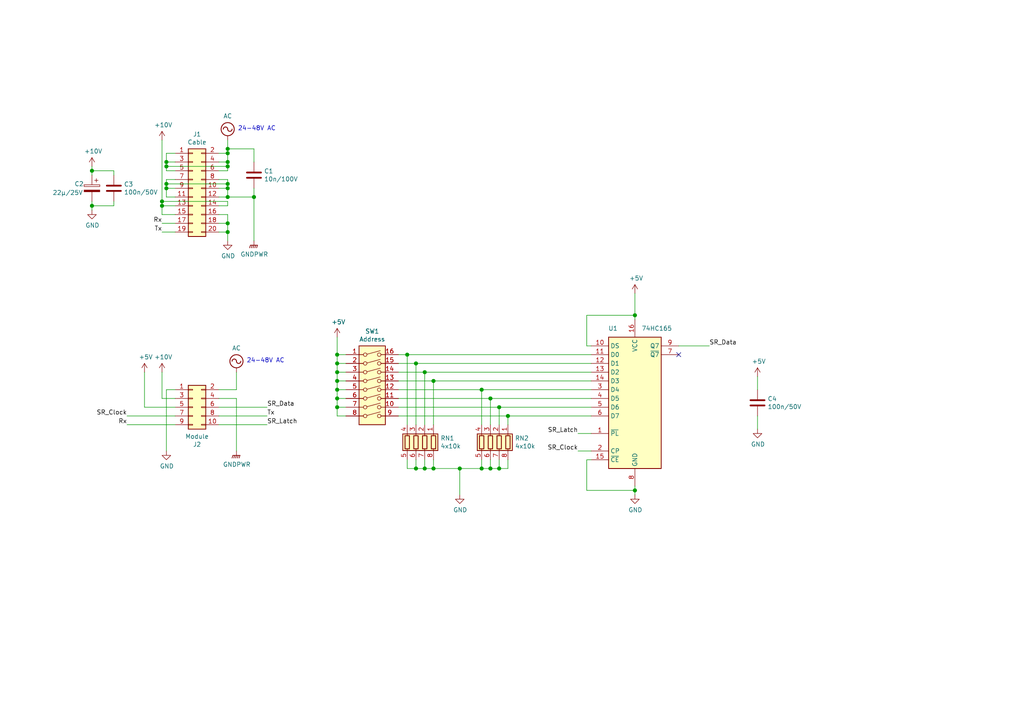
<source format=kicad_sch>
(kicad_sch (version 20210406) (generator eeschema)
  (paper "A4")
  (title_block (title "MAN Adapterplatine für KRONE Fallblattmodule") (date "2021-12-04") (rev "1.1"))
  (lib_symbols
    (symbol "74xx:74LS165"
      (property "Reference" "U" (at -7.62 19.05 0))
      (property "Value" "74LS165" (at -7.62 -21.59 0))
      (symbol "74LS165_1_0"
        (pin input line (at -12.7 -10.16 0) (length 5.08) (name "~PL") (number "1"))
        (pin input line (at -12.7 15.24 0) (length 5.08) (name "DS") (number "10"))
        (pin input line (at -12.7 12.7 0) (length 5.08) (name "D0") (number "11"))
        (pin input line (at -12.7 10.16 0) (length 5.08) (name "D1") (number "12"))
        (pin input line (at -12.7 7.62 0) (length 5.08) (name "D2") (number "13"))
        (pin input line (at -12.7 5.08 0) (length 5.08) (name "D3") (number "14"))
        (pin input line (at -12.7 -17.78 0) (length 5.08) (name "~CE") (number "15"))
        (pin power_in line (at 0 22.86 270) (length 5.08) (name "VCC") (number "16"))
        (pin input line (at -12.7 -15.24 0) (length 5.08) (name "CP") (number "2"))
        (pin input line (at -12.7 2.54 0) (length 5.08) (name "D4") (number "3"))
        (pin input line (at -12.7 0 0) (length 5.08) (name "D5") (number "4"))
        (pin input line (at -12.7 -2.54 0) (length 5.08) (name "D6") (number "5"))
        (pin input line (at -12.7 -5.08 0) (length 5.08) (name "D7") (number "6"))
        (pin output line (at 12.7 12.7 180) (length 5.08) (name "~Q7") (number "7"))
        (pin power_in line (at 0 -25.4 90) (length 5.08) (name "GND") (number "8"))
        (pin output line (at 12.7 15.24 180) (length 5.08) (name "Q7") (number "9"))
      )
      (symbol "74LS165_1_1"
        (rectangle (start -7.62 17.78) (end 7.62 -20.32) (stroke (width 0.254)) (fill (type background)))
      )
    )
    (symbol "Connector_Generic:Conn_02x05_Odd_Even" (pin_names (offset 1.016) hide)
      (property "Reference" "J" (at 1.27 7.62 0))
      (property "Value" "Conn_02x05_Odd_Even" (at 1.27 -7.62 0))
      (symbol "Conn_02x05_Odd_Even_1_1"
        (rectangle (start -1.27 -4.953) (end 0 -5.207) (stroke (width 0.1524)))
        (rectangle (start -1.27 -2.413) (end 0 -2.667) (stroke (width 0.1524)))
        (rectangle (start -1.27 0.127) (end 0 -0.127) (stroke (width 0.1524)))
        (rectangle (start -1.27 2.667) (end 0 2.413) (stroke (width 0.1524)))
        (rectangle (start -1.27 5.207) (end 0 4.953) (stroke (width 0.1524)))
        (rectangle (start 3.81 -4.953) (end 2.54 -5.207) (stroke (width 0.1524)))
        (rectangle (start 3.81 -2.413) (end 2.54 -2.667) (stroke (width 0.1524)))
        (rectangle (start 3.81 0.127) (end 2.54 -0.127) (stroke (width 0.1524)))
        (rectangle (start 3.81 2.667) (end 2.54 2.413) (stroke (width 0.1524)))
        (rectangle (start 3.81 5.207) (end 2.54 4.953) (stroke (width 0.1524)))
        (rectangle (start -1.27 6.35) (end 3.81 -6.35) (stroke (width 0.254)) (fill (type background)))
        (pin passive line (at -5.08 5.08 0) (length 3.81) (name "Pin_1") (number "1"))
        (pin passive line (at 7.62 -5.08 180) (length 3.81) (name "Pin_10") (number "10"))
        (pin passive line (at 7.62 5.08 180) (length 3.81) (name "Pin_2") (number "2"))
        (pin passive line (at -5.08 2.54 0) (length 3.81) (name "Pin_3") (number "3"))
        (pin passive line (at 7.62 2.54 180) (length 3.81) (name "Pin_4") (number "4"))
        (pin passive line (at -5.08 0 0) (length 3.81) (name "Pin_5") (number "5"))
        (pin passive line (at 7.62 0 180) (length 3.81) (name "Pin_6") (number "6"))
        (pin passive line (at -5.08 -2.54 0) (length 3.81) (name "Pin_7") (number "7"))
        (pin passive line (at 7.62 -2.54 180) (length 3.81) (name "Pin_8") (number "8"))
        (pin passive line (at -5.08 -5.08 0) (length 3.81) (name "Pin_9") (number "9"))
      )
    )
    (symbol "Connector_Generic:Conn_02x10_Odd_Even" (pin_names (offset 1.016) hide)
      (property "Reference" "J" (at 1.27 12.7 0))
      (property "Value" "Conn_02x10_Odd_Even" (at 1.27 -15.24 0))
      (symbol "Conn_02x10_Odd_Even_1_1"
        (rectangle (start -1.27 -12.573) (end 0 -12.827) (stroke (width 0.1524)))
        (rectangle (start -1.27 -10.033) (end 0 -10.287) (stroke (width 0.1524)))
        (rectangle (start -1.27 -7.493) (end 0 -7.747) (stroke (width 0.1524)))
        (rectangle (start -1.27 -4.953) (end 0 -5.207) (stroke (width 0.1524)))
        (rectangle (start -1.27 -2.413) (end 0 -2.667) (stroke (width 0.1524)))
        (rectangle (start -1.27 0.127) (end 0 -0.127) (stroke (width 0.1524)))
        (rectangle (start -1.27 2.667) (end 0 2.413) (stroke (width 0.1524)))
        (rectangle (start -1.27 5.207) (end 0 4.953) (stroke (width 0.1524)))
        (rectangle (start -1.27 7.747) (end 0 7.493) (stroke (width 0.1524)))
        (rectangle (start -1.27 10.287) (end 0 10.033) (stroke (width 0.1524)))
        (rectangle (start 3.81 -12.573) (end 2.54 -12.827) (stroke (width 0.1524)))
        (rectangle (start 3.81 -10.033) (end 2.54 -10.287) (stroke (width 0.1524)))
        (rectangle (start 3.81 -7.493) (end 2.54 -7.747) (stroke (width 0.1524)))
        (rectangle (start 3.81 -4.953) (end 2.54 -5.207) (stroke (width 0.1524)))
        (rectangle (start 3.81 -2.413) (end 2.54 -2.667) (stroke (width 0.1524)))
        (rectangle (start 3.81 0.127) (end 2.54 -0.127) (stroke (width 0.1524)))
        (rectangle (start 3.81 2.667) (end 2.54 2.413) (stroke (width 0.1524)))
        (rectangle (start 3.81 5.207) (end 2.54 4.953) (stroke (width 0.1524)))
        (rectangle (start 3.81 7.747) (end 2.54 7.493) (stroke (width 0.1524)))
        (rectangle (start 3.81 10.287) (end 2.54 10.033) (stroke (width 0.1524)))
        (rectangle (start -1.27 11.43) (end 3.81 -13.97) (stroke (width 0.254)) (fill (type background)))
        (pin passive line (at -5.08 10.16 0) (length 3.81) (name "Pin_1") (number "1"))
        (pin passive line (at 7.62 0 180) (length 3.81) (name "Pin_10") (number "10"))
        (pin passive line (at -5.08 -2.54 0) (length 3.81) (name "Pin_11") (number "11"))
        (pin passive line (at 7.62 -2.54 180) (length 3.81) (name "Pin_12") (number "12"))
        (pin passive line (at -5.08 -5.08 0) (length 3.81) (name "Pin_13") (number "13"))
        (pin passive line (at 7.62 -5.08 180) (length 3.81) (name "Pin_14") (number "14"))
        (pin passive line (at -5.08 -7.62 0) (length 3.81) (name "Pin_15") (number "15"))
        (pin passive line (at 7.62 -7.62 180) (length 3.81) (name "Pin_16") (number "16"))
        (pin passive line (at -5.08 -10.16 0) (length 3.81) (name "Pin_17") (number "17"))
        (pin passive line (at 7.62 -10.16 180) (length 3.81) (name "Pin_18") (number "18"))
        (pin passive line (at -5.08 -12.7 0) (length 3.81) (name "Pin_19") (number "19"))
        (pin passive line (at 7.62 10.16 180) (length 3.81) (name "Pin_2") (number "2"))
        (pin passive line (at 7.62 -12.7 180) (length 3.81) (name "Pin_20") (number "20"))
        (pin passive line (at -5.08 7.62 0) (length 3.81) (name "Pin_3") (number "3"))
        (pin passive line (at 7.62 7.62 180) (length 3.81) (name "Pin_4") (number "4"))
        (pin passive line (at -5.08 5.08 0) (length 3.81) (name "Pin_5") (number "5"))
        (pin passive line (at 7.62 5.08 180) (length 3.81) (name "Pin_6") (number "6"))
        (pin passive line (at -5.08 2.54 0) (length 3.81) (name "Pin_7") (number "7"))
        (pin passive line (at 7.62 2.54 180) (length 3.81) (name "Pin_8") (number "8"))
        (pin passive line (at -5.08 0 0) (length 3.81) (name "Pin_9") (number "9"))
      )
    )
    (symbol "Switch:SW_DIP_x08" (pin_names (offset 0) hide)
      (property "Reference" "SW" (at 0 13.97 0))
      (property "Value" "SW_DIP_x08" (at 0 -11.43 0))
      (symbol "SW_DIP_x08_0_0"
        (circle (center -2.032 -7.62) (radius 0.508))
        (circle (center -2.032 -5.08) (radius 0.508))
        (circle (center -2.032 -2.54) (radius 0.508))
        (circle (center -2.032 0) (radius 0.508))
        (circle (center -2.032 2.54) (radius 0.508))
        (circle (center -2.032 5.08) (radius 0.508))
        (circle (center -2.032 7.62) (radius 0.508))
        (circle (center -2.032 10.16) (radius 0.508))
        (circle (center 2.032 -7.62) (radius 0.508))
        (circle (center 2.032 -5.08) (radius 0.508))
        (circle (center 2.032 -2.54) (radius 0.508))
        (circle (center 2.032 0) (radius 0.508))
        (circle (center 2.032 2.54) (radius 0.508))
        (circle (center 2.032 5.08) (radius 0.508))
        (circle (center 2.032 7.62) (radius 0.508))
        (circle (center 2.032 10.16) (radius 0.508))
        (polyline (pts (xy -1.524 -7.4676) (xy 2.3622 -6.4262)))
        (polyline (pts (xy -1.524 -4.9276) (xy 2.3622 -3.8862)))
        (polyline (pts (xy -1.524 -2.3876) (xy 2.3622 -1.3462)))
        (polyline (pts (xy -1.524 0.127) (xy 2.3622 1.1684)))
        (polyline (pts (xy -1.524 2.667) (xy 2.3622 3.7084)))
        (polyline (pts (xy -1.524 5.207) (xy 2.3622 6.2484)))
        (polyline (pts (xy -1.524 7.747) (xy 2.3622 8.7884)))
        (polyline (pts (xy -1.524 10.287) (xy 2.3622 11.3284)))
      )
      (symbol "SW_DIP_x08_0_1"
        (rectangle (start -3.81 12.7) (end 3.81 -10.16) (stroke (width 0.254)) (fill (type background)))
      )
      (symbol "SW_DIP_x08_1_1"
        (pin passive line (at -7.62 10.16 0) (length 5.08) (name "~") (number "1"))
        (pin passive line (at 7.62 -5.08 180) (length 5.08) (name "~") (number "10"))
        (pin passive line (at 7.62 -2.54 180) (length 5.08) (name "~") (number "11"))
        (pin passive line (at 7.62 0 180) (length 5.08) (name "~") (number "12"))
        (pin passive line (at 7.62 2.54 180) (length 5.08) (name "~") (number "13"))
        (pin passive line (at 7.62 5.08 180) (length 5.08) (name "~") (number "14"))
        (pin passive line (at 7.62 7.62 180) (length 5.08) (name "~") (number "15"))
        (pin passive line (at 7.62 10.16 180) (length 5.08) (name "~") (number "16"))
        (pin passive line (at -7.62 7.62 0) (length 5.08) (name "~") (number "2"))
        (pin passive line (at -7.62 5.08 0) (length 5.08) (name "~") (number "3"))
        (pin passive line (at -7.62 2.54 0) (length 5.08) (name "~") (number "4"))
        (pin passive line (at -7.62 0 0) (length 5.08) (name "~") (number "5"))
        (pin passive line (at -7.62 -2.54 0) (length 5.08) (name "~") (number "6"))
        (pin passive line (at -7.62 -5.08 0) (length 5.08) (name "~") (number "7"))
        (pin passive line (at -7.62 -7.62 0) (length 5.08) (name "~") (number "8"))
        (pin passive line (at 7.62 -7.62 180) (length 5.08) (name "~") (number "9"))
      )
    )
    (symbol "device:C" (pin_numbers hide) (pin_names (offset 0.254))
      (property "Reference" "C" (at 0.635 2.54 0))
      (property "Value" "C" (at 0.635 -2.54 0))
      (symbol "C_0_1"
        (polyline (pts (xy -2.032 -0.762) (xy 2.032 -0.762)) (stroke (width 0.508)))
        (polyline (pts (xy -2.032 0.762) (xy 2.032 0.762)) (stroke (width 0.508)))
      )
      (symbol "C_1_1"
        (pin passive line (at 0 3.81 270) (length 2.794) (name "~") (number "1"))
        (pin passive line (at 0 -3.81 90) (length 2.794) (name "~") (number "2"))
      )
    )
    (symbol "device:CP" (pin_numbers hide) (pin_names (offset 0.254))
      (property "Reference" "C" (at 0.635 2.54 0))
      (property "Value" "CP" (at 0.635 -2.54 0))
      (symbol "CP_0_1"
        (rectangle (start -2.286 0.508) (end 2.286 1.016))
        (rectangle (start 2.286 -0.508) (end -2.286 -1.016) (fill (type outline)))
        (polyline (pts (xy -1.778 2.286) (xy -0.762 2.286)))
        (polyline (pts (xy -1.27 2.794) (xy -1.27 1.778)))
      )
      (symbol "CP_1_1"
        (pin passive line (at 0 3.81 270) (length 2.794) (name "~") (number "1"))
        (pin passive line (at 0 -3.81 90) (length 2.794) (name "~") (number "2"))
      )
    )
    (symbol "device:R_Pack04" (pin_names (offset 0) hide)
      (property "Reference" "RN" (at -7.62 0 90))
      (property "Value" "R_Pack04" (at 5.08 0 90))
      (symbol "R_Pack04_0_1"
        (rectangle (start -5.715 1.905) (end -4.445 -1.905) (stroke (width 0.254)))
        (rectangle (start -3.175 1.905) (end -1.905 -1.905) (stroke (width 0.254)))
        (rectangle (start -0.635 1.905) (end 0.635 -1.905) (stroke (width 0.254)))
        (rectangle (start 1.905 1.905) (end 3.175 -1.905) (stroke (width 0.254)))
        (rectangle (start -6.35 -2.413) (end 3.81 2.413) (stroke (width 0.254)) (fill (type background)))
        (polyline (pts (xy -5.08 -2.54) (xy -5.08 -1.905)))
        (polyline (pts (xy -5.08 1.905) (xy -5.08 2.54)))
        (polyline (pts (xy -2.54 -2.54) (xy -2.54 -1.905)))
        (polyline (pts (xy -2.54 1.905) (xy -2.54 2.54)))
        (polyline (pts (xy 0 -2.54) (xy 0 -1.905)))
        (polyline (pts (xy 0 1.905) (xy 0 2.54)))
        (polyline (pts (xy 2.54 -2.54) (xy 2.54 -1.905)))
        (polyline (pts (xy 2.54 1.905) (xy 2.54 2.54)))
      )
      (symbol "R_Pack04_1_1"
        (pin passive line (at -5.08 -5.08 90) (length 2.54) (name "R1.1") (number "1"))
        (pin passive line (at -2.54 -5.08 90) (length 2.54) (name "R2.1") (number "2"))
        (pin passive line (at 0 -5.08 90) (length 2.54) (name "R3.1") (number "3"))
        (pin passive line (at 2.54 -5.08 90) (length 2.54) (name "R4.1") (number "4"))
        (pin passive line (at 2.54 5.08 270) (length 2.54) (name "R4.2") (number "5"))
        (pin passive line (at 0 5.08 270) (length 2.54) (name "R3.2") (number "6"))
        (pin passive line (at -2.54 5.08 270) (length 2.54) (name "R2.2") (number "7"))
        (pin passive line (at -5.08 5.08 270) (length 2.54) (name "R1.2") (number "8"))
      )
    )
    (symbol "power:+10V" (power) (pin_names (offset 0))
      (property "Value" "+10V" (at 0 3.556 0))
      (symbol "+10V_0_1"
        (polyline (pts (xy -0.762 1.27) (xy 0 2.54)))
        (polyline (pts (xy 0 0) (xy 0 2.54)))
        (polyline (pts (xy 0 2.54) (xy 0.762 1.27)))
      )
      (symbol "+10V_1_1"
        (pin power_in line (at 0 0 90) (length 0) hide (name "+10V") (number "1"))
      )
    )
    (symbol "power:+5V" (power) (pin_names (offset 0))
      (property "Value" "+5V" (at 0 3.556 0))
      (symbol "+5V_0_1"
        (polyline (pts (xy -0.762 1.27) (xy 0 2.54)))
        (polyline (pts (xy 0 0) (xy 0 2.54)))
        (polyline (pts (xy 0 2.54) (xy 0.762 1.27)))
      )
      (symbol "+5V_1_1"
        (pin power_in line (at 0 0 90) (length 0) hide (name "+5V") (number "1"))
      )
    )
    (symbol "power:AC" (power) (pin_names (offset 0))
      (property "Value" "AC" (at 0 6.35 0))
      (symbol "AC_0_1"
        (arc (start 0 3.175) (end -1.27 3.175) (radius (at -0.635 3.175) (length 0.635) (angles 0.1 179.9)) (stroke (width 0.254)))
        (arc (start 0 3.175) (end 1.27 3.175) (radius (at 0.635 3.175) (length 0.635) (angles -179.9 -0.1)) (stroke (width 0.254)))
        (circle (center 0 3.175) (radius 1.905) (stroke (width 0.254)))
        (polyline (pts (xy 0 0) (xy 0 1.27)))
      )
      (symbol "AC_1_1"
        (pin power_in line (at 0 0 90) (length 0) hide (name "AC") (number "1"))
      )
    )
    (symbol "power:GND" (power) (pin_names (offset 0))
      (property "Value" "GND" (at 0 -3.81 0))
      (symbol "GND_0_1"
        (polyline (pts (xy 0 0) (xy 0 -1.27) (xy 1.27 -1.27) (xy 0 -2.54) (xy -1.27 -1.27) (xy 0 -1.27)))
      )
      (symbol "GND_1_1"
        (pin power_in line (at 0 0 270) (length 0) hide (name "GND") (number "1"))
      )
    )
    (symbol "power:GNDPWR" (power) (pin_names (offset 0))
      (property "Value" "GNDPWR" (at 0 -3.302 0))
      (symbol "GNDPWR_0_1"
        (polyline (pts (xy 0 -1.27) (xy 0 0)))
        (polyline (pts (xy -1.016 -1.27) (xy -1.27 -2.032) (xy -1.27 -2.032)) (stroke (width 0.2032)))
        (polyline (pts (xy -0.508 -1.27) (xy -0.762 -2.032) (xy -0.762 -2.032)) (stroke (width 0.2032)))
        (polyline (pts (xy 0 -1.27) (xy -0.254 -2.032) (xy -0.254 -2.032)) (stroke (width 0.2032)))
        (polyline (pts (xy 0.508 -1.27) (xy 0.254 -2.032) (xy 0.254 -2.032)) (stroke (width 0.2032)))
        (polyline (pts (xy 1.016 -1.27) (xy -1.016 -1.27) (xy -1.016 -1.27)) (stroke (width 0.2032)))
        (polyline (pts (xy 1.016 -1.27) (xy 0.762 -2.032) (xy 0.762 -2.032) (xy 0.762 -2.032)) (stroke (width 0.2032)))
      )
      (symbol "GNDPWR_1_1"
        (pin power_in line (at 0 0 270) (length 0) hide (name "GNDPWR") (number "1"))
      )
    )
  )
  (junction (at 26.67 49.53) (diameter 1.016))
  (junction (at 26.67 59.69) (diameter 1.016))
  (junction (at 46.99 58.42) (diameter 1.016))
  (junction (at 46.99 59.69) (diameter 1.016))
  (junction (at 48.26 46.99) (diameter 1.016))
  (junction (at 48.26 48.26) (diameter 1.016))
  (junction (at 48.26 53.34) (diameter 1.016))
  (junction (at 48.26 54.61) (diameter 1.016))
  (junction (at 66.04 43.18) (diameter 1.016))
  (junction (at 66.04 44.45) (diameter 1.016))
  (junction (at 66.04 46.99) (diameter 1.016))
  (junction (at 66.04 48.26) (diameter 1.016))
  (junction (at 66.04 53.34) (diameter 1.016))
  (junction (at 66.04 54.61) (diameter 1.016))
  (junction (at 66.04 57.15) (diameter 1.016))
  (junction (at 66.04 64.77) (diameter 1.016))
  (junction (at 66.04 67.31) (diameter 1.016))
  (junction (at 73.66 57.15) (diameter 1.016))
  (junction (at 97.79 102.87) (diameter 1.016))
  (junction (at 97.79 105.41) (diameter 1.016))
  (junction (at 97.79 107.95) (diameter 1.016))
  (junction (at 97.79 110.49) (diameter 1.016))
  (junction (at 97.79 113.03) (diameter 1.016))
  (junction (at 97.79 115.57) (diameter 1.016))
  (junction (at 97.79 118.11) (diameter 1.016))
  (junction (at 118.11 102.87) (diameter 1.016))
  (junction (at 120.65 105.41) (diameter 1.016))
  (junction (at 120.65 135.89) (diameter 1.016))
  (junction (at 123.19 107.95) (diameter 1.016))
  (junction (at 123.19 135.89) (diameter 1.016))
  (junction (at 125.73 110.49) (diameter 1.016))
  (junction (at 125.73 135.89) (diameter 1.016))
  (junction (at 133.35 135.89) (diameter 1.016))
  (junction (at 139.7 113.03) (diameter 1.016))
  (junction (at 139.7 135.89) (diameter 1.016))
  (junction (at 142.24 115.57) (diameter 1.016))
  (junction (at 142.24 135.89) (diameter 1.016))
  (junction (at 144.78 118.11) (diameter 1.016))
  (junction (at 144.78 135.89) (diameter 1.016))
  (junction (at 147.32 120.65) (diameter 1.016))
  (junction (at 184.15 91.44) (diameter 1.016))
  (junction (at 184.15 142.24) (diameter 1.016))
  (no_connect (at 196.85 102.87))
  (wire (pts (xy 26.67 48.26) (xy 26.67 49.53)))
  (wire (pts (xy 26.67 49.53) (xy 26.67 50.8)))
  (wire (pts (xy 26.67 49.53) (xy 33.02 49.53)))
  (wire (pts (xy 26.67 59.69) (xy 26.67 58.42)))
  (wire (pts (xy 26.67 59.69) (xy 33.02 59.69)))
  (wire (pts (xy 26.67 60.96) (xy 26.67 59.69)))
  (wire (pts (xy 33.02 49.53) (xy 33.02 50.8)))
  (wire (pts (xy 33.02 59.69) (xy 33.02 58.42)))
  (wire (pts (xy 41.91 107.95) (xy 41.91 118.11)))
  (wire (pts (xy 41.91 118.11) (xy 50.8 118.11)))
  (wire (pts (xy 46.99 40.64) (xy 46.99 58.42)))
  (wire (pts (xy 46.99 58.42) (xy 66.04 58.42)))
  (wire (pts (xy 46.99 59.69) (xy 46.99 58.42)))
  (wire (pts (xy 46.99 59.69) (xy 50.8 59.69)))
  (wire (pts (xy 46.99 62.23) (xy 46.99 59.69)))
  (wire (pts (xy 46.99 107.95) (xy 46.99 115.57)))
  (wire (pts (xy 46.99 115.57) (xy 50.8 115.57)))
  (wire (pts (xy 48.26 44.45) (xy 50.8 44.45)))
  (wire (pts (xy 48.26 46.99) (xy 48.26 44.45)))
  (wire (pts (xy 48.26 48.26) (xy 48.26 46.99)))
  (wire (pts (xy 48.26 48.26) (xy 66.04 48.26)))
  (wire (pts (xy 48.26 49.53) (xy 48.26 48.26)))
  (wire (pts (xy 48.26 52.07) (xy 48.26 53.34)))
  (wire (pts (xy 48.26 53.34) (xy 48.26 54.61)))
  (wire (pts (xy 48.26 53.34) (xy 66.04 53.34)))
  (wire (pts (xy 48.26 54.61) (xy 48.26 57.15)))
  (wire (pts (xy 48.26 57.15) (xy 50.8 57.15)))
  (wire (pts (xy 48.26 113.03) (xy 50.8 113.03)))
  (wire (pts (xy 48.26 130.81) (xy 48.26 113.03)))
  (wire (pts (xy 50.8 46.99) (xy 48.26 46.99)))
  (wire (pts (xy 50.8 49.53) (xy 48.26 49.53)))
  (wire (pts (xy 50.8 52.07) (xy 48.26 52.07)))
  (wire (pts (xy 50.8 54.61) (xy 48.26 54.61)))
  (wire (pts (xy 50.8 62.23) (xy 46.99 62.23)))
  (wire (pts (xy 50.8 64.77) (xy 46.99 64.77)))
  (wire (pts (xy 50.8 67.31) (xy 46.99 67.31)))
  (wire (pts (xy 50.8 120.65) (xy 36.83 120.65)))
  (wire (pts (xy 50.8 123.19) (xy 36.83 123.19)))
  (wire (pts (xy 63.5 44.45) (xy 66.04 44.45)))
  (wire (pts (xy 63.5 46.99) (xy 66.04 46.99)))
  (wire (pts (xy 63.5 54.61) (xy 66.04 54.61)))
  (wire (pts (xy 63.5 57.15) (xy 66.04 57.15)))
  (wire (pts (xy 63.5 62.23) (xy 66.04 62.23)))
  (wire (pts (xy 63.5 64.77) (xy 66.04 64.77)))
  (wire (pts (xy 63.5 67.31) (xy 66.04 67.31)))
  (wire (pts (xy 63.5 113.03) (xy 68.58 113.03)))
  (wire (pts (xy 63.5 115.57) (xy 68.58 115.57)))
  (wire (pts (xy 63.5 118.11) (xy 77.47 118.11)))
  (wire (pts (xy 63.5 120.65) (xy 77.47 120.65)))
  (wire (pts (xy 63.5 123.19) (xy 77.47 123.19)))
  (wire (pts (xy 66.04 40.64) (xy 66.04 43.18)))
  (wire (pts (xy 66.04 43.18) (xy 66.04 44.45)))
  (wire (pts (xy 66.04 44.45) (xy 66.04 46.99)))
  (wire (pts (xy 66.04 46.99) (xy 66.04 48.26)))
  (wire (pts (xy 66.04 48.26) (xy 66.04 49.53)))
  (wire (pts (xy 66.04 49.53) (xy 63.5 49.53)))
  (wire (pts (xy 66.04 52.07) (xy 63.5 52.07)))
  (wire (pts (xy 66.04 53.34) (xy 66.04 52.07)))
  (wire (pts (xy 66.04 54.61) (xy 66.04 53.34)))
  (wire (pts (xy 66.04 57.15) (xy 66.04 54.61)))
  (wire (pts (xy 66.04 58.42) (xy 66.04 59.69)))
  (wire (pts (xy 66.04 59.69) (xy 63.5 59.69)))
  (wire (pts (xy 66.04 62.23) (xy 66.04 64.77)))
  (wire (pts (xy 66.04 64.77) (xy 66.04 67.31)))
  (wire (pts (xy 66.04 67.31) (xy 66.04 69.85)))
  (wire (pts (xy 68.58 113.03) (xy 68.58 107.95)))
  (wire (pts (xy 68.58 115.57) (xy 68.58 130.81)))
  (wire (pts (xy 73.66 43.18) (xy 66.04 43.18)))
  (wire (pts (xy 73.66 46.99) (xy 73.66 43.18)))
  (wire (pts (xy 73.66 54.61) (xy 73.66 57.15)))
  (wire (pts (xy 73.66 57.15) (xy 66.04 57.15)))
  (wire (pts (xy 73.66 69.85) (xy 73.66 57.15)))
  (wire (pts (xy 97.79 97.79) (xy 97.79 102.87)))
  (wire (pts (xy 97.79 102.87) (xy 100.33 102.87)))
  (wire (pts (xy 97.79 105.41) (xy 97.79 102.87)))
  (wire (pts (xy 97.79 107.95) (xy 97.79 105.41)))
  (wire (pts (xy 97.79 110.49) (xy 97.79 107.95)))
  (wire (pts (xy 97.79 113.03) (xy 97.79 110.49)))
  (wire (pts (xy 97.79 115.57) (xy 97.79 113.03)))
  (wire (pts (xy 97.79 118.11) (xy 97.79 115.57)))
  (wire (pts (xy 97.79 120.65) (xy 97.79 118.11)))
  (wire (pts (xy 100.33 105.41) (xy 97.79 105.41)))
  (wire (pts (xy 100.33 107.95) (xy 97.79 107.95)))
  (wire (pts (xy 100.33 110.49) (xy 97.79 110.49)))
  (wire (pts (xy 100.33 113.03) (xy 97.79 113.03)))
  (wire (pts (xy 100.33 115.57) (xy 97.79 115.57)))
  (wire (pts (xy 100.33 118.11) (xy 97.79 118.11)))
  (wire (pts (xy 100.33 120.65) (xy 97.79 120.65)))
  (wire (pts (xy 115.57 102.87) (xy 118.11 102.87)))
  (wire (pts (xy 115.57 105.41) (xy 120.65 105.41)))
  (wire (pts (xy 115.57 107.95) (xy 123.19 107.95)))
  (wire (pts (xy 115.57 110.49) (xy 125.73 110.49)))
  (wire (pts (xy 115.57 113.03) (xy 139.7 113.03)))
  (wire (pts (xy 115.57 115.57) (xy 142.24 115.57)))
  (wire (pts (xy 115.57 118.11) (xy 144.78 118.11)))
  (wire (pts (xy 115.57 120.65) (xy 147.32 120.65)))
  (wire (pts (xy 118.11 102.87) (xy 171.45 102.87)))
  (wire (pts (xy 118.11 123.19) (xy 118.11 102.87)))
  (wire (pts (xy 118.11 133.35) (xy 118.11 135.89)))
  (wire (pts (xy 118.11 135.89) (xy 120.65 135.89)))
  (wire (pts (xy 120.65 105.41) (xy 171.45 105.41)))
  (wire (pts (xy 120.65 123.19) (xy 120.65 105.41)))
  (wire (pts (xy 120.65 133.35) (xy 120.65 135.89)))
  (wire (pts (xy 120.65 135.89) (xy 123.19 135.89)))
  (wire (pts (xy 123.19 107.95) (xy 171.45 107.95)))
  (wire (pts (xy 123.19 123.19) (xy 123.19 107.95)))
  (wire (pts (xy 123.19 133.35) (xy 123.19 135.89)))
  (wire (pts (xy 123.19 135.89) (xy 125.73 135.89)))
  (wire (pts (xy 125.73 110.49) (xy 171.45 110.49)))
  (wire (pts (xy 125.73 123.19) (xy 125.73 110.49)))
  (wire (pts (xy 125.73 133.35) (xy 125.73 135.89)))
  (wire (pts (xy 125.73 135.89) (xy 133.35 135.89)))
  (wire (pts (xy 133.35 135.89) (xy 139.7 135.89)))
  (wire (pts (xy 133.35 143.51) (xy 133.35 135.89)))
  (wire (pts (xy 139.7 113.03) (xy 171.45 113.03)))
  (wire (pts (xy 139.7 123.19) (xy 139.7 113.03)))
  (wire (pts (xy 139.7 133.35) (xy 139.7 135.89)))
  (wire (pts (xy 139.7 135.89) (xy 142.24 135.89)))
  (wire (pts (xy 142.24 115.57) (xy 171.45 115.57)))
  (wire (pts (xy 142.24 123.19) (xy 142.24 115.57)))
  (wire (pts (xy 142.24 133.35) (xy 142.24 135.89)))
  (wire (pts (xy 142.24 135.89) (xy 144.78 135.89)))
  (wire (pts (xy 144.78 118.11) (xy 171.45 118.11)))
  (wire (pts (xy 144.78 123.19) (xy 144.78 118.11)))
  (wire (pts (xy 144.78 133.35) (xy 144.78 135.89)))
  (wire (pts (xy 144.78 135.89) (xy 147.32 135.89)))
  (wire (pts (xy 147.32 120.65) (xy 171.45 120.65)))
  (wire (pts (xy 147.32 123.19) (xy 147.32 120.65)))
  (wire (pts (xy 147.32 135.89) (xy 147.32 133.35)))
  (wire (pts (xy 167.64 125.73) (xy 171.45 125.73)))
  (wire (pts (xy 167.64 130.81) (xy 171.45 130.81)))
  (wire (pts (xy 170.18 91.44) (xy 184.15 91.44)))
  (wire (pts (xy 170.18 100.33) (xy 170.18 91.44)))
  (wire (pts (xy 170.18 133.35) (xy 170.18 142.24)))
  (wire (pts (xy 170.18 142.24) (xy 184.15 142.24)))
  (wire (pts (xy 171.45 100.33) (xy 170.18 100.33)))
  (wire (pts (xy 171.45 133.35) (xy 170.18 133.35)))
  (wire (pts (xy 184.15 85.09) (xy 184.15 91.44)))
  (wire (pts (xy 184.15 91.44) (xy 184.15 92.71)))
  (wire (pts (xy 184.15 142.24) (xy 184.15 140.97)))
  (wire (pts (xy 184.15 143.51) (xy 184.15 142.24)))
  (wire (pts (xy 196.85 100.33) (xy 205.74 100.33)))
  (wire (pts (xy 219.71 109.22) (xy 219.71 113.03)))
  (wire (pts (xy 219.71 120.65) (xy 219.71 124.46)))
  (text "24-48V AC" (at 80.01 38.1 180) (effects (font (size 1.27 1.27)) (justify right bottom)))
  (text "24-48V AC" (at 82.55 105.41 180) (effects (font (size 1.27 1.27)) (justify right bottom)))
  (label "SR_Clock" (at 36.83 120.65 180))
  (label "Rx" (at 36.83 123.19 180))
  (label "Rx" (at 46.99 64.77 180))
  (label "Tx" (at 46.99 67.31 180))
  (label "SR_Data" (at 77.47 118.11 0))
  (label "Tx" (at 77.47 120.65 0))
  (label "SR_Latch" (at 77.47 123.19 0))
  (label "SR_Latch" (at 167.64 125.73 180))
  (label "SR_Clock" (at 167.64 130.81 180))
  (label "SR_Data" (at 205.74 100.33 0))
  (symbol (lib_id "power:+10V") (at 26.67 48.26 0) (unit 1)
    (property "Reference" "#PWR0110" (effects hide))
    (property "Value" "+10V" (at 27.051 43.8658 0))
  )
  (symbol (lib_id "power:+5V") (at 41.91 107.95 0) (unit 1)
    (property "Reference" "#PWR0109" (effects hide))
    (property "Value" "+5V" (at 42.291 103.5558 0))
  )
  (symbol (lib_id "power:+10V") (at 46.99 40.64 0) (unit 1)
    (property "Reference" "#PWR0102" (effects hide))
    (property "Value" "+10V" (at 47.371 36.2458 0))
  )
  (symbol (lib_id "power:+10V") (at 46.99 107.95 0) (unit 1)
    (property "Reference" "#PWR0106" (effects hide))
    (property "Value" "+10V" (at 47.371 103.5558 0))
  )
  (symbol (lib_id "power:+5V") (at 97.79 97.79 0) (unit 1)
    (property "Reference" "#PWR0117" (effects hide))
    (property "Value" "+5V" (at 98.171 93.3958 0))
  )
  (symbol (lib_id "power:+5V") (at 184.15 85.09 0) (unit 1)
    (property "Reference" "#PWR0112" (effects hide))
    (property "Value" "+5V" (at 184.531 80.6958 0))
  )
  (symbol (lib_id "power:+5V") (at 219.71 109.22 0) (unit 1)
    (property "Reference" "#PWR0115" (effects hide))
    (property "Value" "+5V" (at 220.091 104.8258 0))
  )
  (symbol (lib_id "power:GNDPWR") (at 68.58 130.81 0) (unit 1)
    (property "Reference" "#PWR0107" (effects hide))
    (property "Value" "GNDPWR" (at 68.6816 134.7216 0))
  )
  (symbol (lib_id "power:GNDPWR") (at 73.66 69.85 0) (unit 1)
    (property "Reference" "#PWR0103" (effects hide))
    (property "Value" "GNDPWR" (at 73.7616 73.7616 0))
  )
  (symbol (lib_id "power:GND") (at 26.67 60.96 0) (unit 1)
    (property "Reference" "#PWR0111" (effects hide))
    (property "Value" "GND" (at 26.797 65.3542 0))
  )
  (symbol (lib_id "power:GND") (at 48.26 130.81 0) (unit 1)
    (property "Reference" "#PWR0108" (effects hide))
    (property "Value" "GND" (at 48.387 135.2042 0))
  )
  (symbol (lib_id "power:GND") (at 66.04 69.85 0) (unit 1)
    (property "Reference" "#PWR0101" (effects hide))
    (property "Value" "GND" (at 66.167 74.2442 0))
  )
  (symbol (lib_id "power:GND") (at 133.35 143.51 0) (unit 1)
    (property "Reference" "#PWR0113" (effects hide))
    (property "Value" "GND" (at 133.477 147.9042 0))
  )
  (symbol (lib_id "power:GND") (at 184.15 143.51 0) (unit 1)
    (property "Reference" "#PWR0114" (effects hide))
    (property "Value" "GND" (at 184.277 147.9042 0))
  )
  (symbol (lib_id "power:GND") (at 219.71 124.46 0) (unit 1)
    (property "Reference" "#PWR0116" (effects hide))
    (property "Value" "GND" (at 219.837 128.8542 0))
  )
  (symbol (lib_id "power:AC") (at 66.04 40.64 0) (unit 1)
    (property "Reference" "#PWR0104" (effects hide))
    (property "Value" "AC" (at 66.04 33.655 0))
  )
  (symbol (lib_id "power:AC") (at 68.58 107.95 0) (unit 1)
    (property "Reference" "#PWR0105" (effects hide))
    (property "Value" "AC" (at 68.58 100.965 0))
  )
  (symbol (lib_id "device:CP") (at 26.67 54.61 0) (mirror y) (unit 1)
    (property "Reference" "C2" (at 21.59 53.34 0) (effects (justify right)))
    (property "Value" "22µ/25V" (at 15.24 55.88 0) (effects (justify right)))
    (property "Footprint" "Capacitors_Tantalum_SMD:CP_Tantalum_Case-D_EIA-7343-31_Reflow" (effects hide))
    (property "Supplier" "TME" (effects hide))
    (property "Order No." "T491D226M025AT" (effects hide))
  )
  (symbol (lib_id "device:C") (at 33.02 54.61 0) (unit 1)
    (property "Reference" "C3" (at 35.941 53.4416 0) (effects (justify left)))
    (property "Value" "100n/50V" (at 35.941 55.753 0) (effects (justify left)))
    (property "Footprint" "Capacitors_SMD:C_0603" (effects hide))
    (property "Supplier" "TME" (effects hide))
    (property "Order No." "VJ0603Y104KXACW1BC" (effects hide))
  )
  (symbol (lib_id "device:C") (at 73.66 50.8 0) (unit 1)
    (property "Reference" "C1" (at 76.581 49.6316 0) (effects (justify left)))
    (property "Value" "10n/100V" (at 76.581 51.943 0) (effects (justify left)))
    (property "Footprint" "Capacitors_SMD:C_0805" (effects hide))
    (property "Supplier" "TME" (effects hide))
    (property "Order No." "CL21B103KCANNNC" (effects hide))
  )
  (symbol (lib_id "device:C") (at 219.71 116.84 0) (unit 1)
    (property "Reference" "C4" (at 222.631 115.6716 0) (effects (justify left)))
    (property "Value" "100n/50V" (at 222.631 117.983 0) (effects (justify left)))
    (property "Footprint" "Capacitors_SMD:C_0603" (effects hide))
    (property "Supplier" "TME" (effects hide))
    (property "Order No." "VJ0603Y104KXACW1BC" (effects hide))
  )
  (symbol (lib_id "device:R_Pack04") (at 120.65 128.27 180) (unit 1)
    (property "Reference" "RN1" (at 127.762 127.1016 0) (effects (justify right)))
    (property "Value" "4x10k" (at 127.762 129.413 0) (effects (justify right)))
    (property "Footprint" "Resistors_SMD:R_Array_Convex_4x0603" (effects hide))
    (property "Supplier" "TME" (effects hide))
    (property "Order No." "YC164-JR-0710K" (effects hide))
  )
  (symbol (lib_id "device:R_Pack04") (at 142.24 128.27 180) (unit 1)
    (property "Reference" "RN2" (at 149.352 127.1016 0) (effects (justify right)))
    (property "Value" "4x10k" (at 149.352 129.413 0) (effects (justify right)))
    (property "Footprint" "Resistors_SMD:R_Array_Convex_4x0603" (effects hide))
    (property "Supplier" "TME" (effects hide))
    (property "Order No." "YC164-JR-0710K" (effects hide))
  )
  (symbol (lib_id "Connector_Generic:Conn_02x05_Odd_Even") (at 55.88 118.11 0) (unit 1)
    (property "Reference" "J2" (at 57.15 128.905 0))
    (property "Value" "Module" (at 57.15 126.5936 0))
    (property "Footprint" "Pin_Headers:Pin_Header_Straight_2x05" (effects hide))
    (property "Supplier" "TME" (effects hide))
    (property "Order No." "ZL262-10DG" (effects hide))
  )
  (symbol (lib_id "Connector_Generic:Conn_02x10_Odd_Even") (at 55.88 54.61 0) (unit 1)
    (property "Reference" "J1" (at 57.15 38.9382 0))
    (property "Value" "Cable" (at 57.15 41.2496 0))
    (property "Footprint" "Connectors:IDC_Header_Straight_20pins" (effects hide))
    (property "Supplier" "TME" (effects hide))
    (property "Order No." "T821-1-20-S1" (effects hide))
  )
  (symbol (lib_id "Switch:SW_DIP_x08") (at 107.95 113.03 0) (unit 1)
    (property "Reference" "SW1" (at 107.95 96.0882 0))
    (property "Value" "Address" (at 107.95 98.3996 0))
    (property "Footprint" "custom:SW_DIP_x8_Slide_SolderJumpers" (effects hide))
    (property "Supplier" "TME" (effects hide))
    (property "Order No." "EAH108E" (effects hide))
  )
  (symbol (lib_id "74xx:74LS165") (at 184.15 115.57 0) (unit 1)
    (property "Reference" "U1" (at 177.8 95.25 0))
    (property "Value" "74HC165" (at 190.5 95.25 0))
    (property "Footprint" "Housings_SOIC:SOIC-16_3.9x9.9mm_Pitch1.27mm" (effects hide))
    (property "Datasheet" "http://www.ti.com/lit/gpn/sn74LS165" (effects hide))
    (property "Supplier" "TME" (effects hide))
    (property "Order No." "74HC165D.653" (effects hide))
  )
)
</source>
